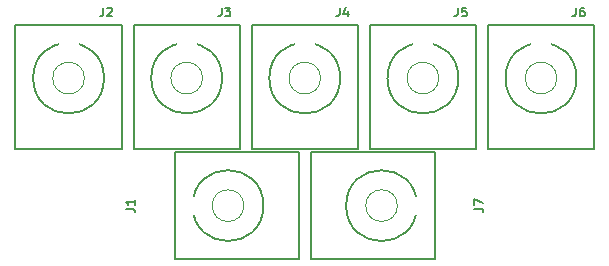
<source format=gto>
G04 #@! TF.GenerationSoftware,KiCad,Pcbnew,(5.1.8)-1*
G04 #@! TF.CreationDate,2021-08-08T18:23:10-04:00*
G04 #@! TF.ProjectId,nearless_front_pcb,6e656172-6c65-4737-935f-66726f6e745f,rev?*
G04 #@! TF.SameCoordinates,Original*
G04 #@! TF.FileFunction,Legend,Top*
G04 #@! TF.FilePolarity,Positive*
%FSLAX46Y46*%
G04 Gerber Fmt 4.6, Leading zero omitted, Abs format (unit mm)*
G04 Created by KiCad (PCBNEW (5.1.8)-1) date 2021-08-08 18:23:10*
%MOMM*%
%LPD*%
G01*
G04 APERTURE LIST*
%ADD10C,0.120000*%
%ADD11C,0.150000*%
%ADD12C,1.727200*%
G04 APERTURE END LIST*
D10*
X46841641Y-46800000D02*
G75*
G03*
X46841641Y-46800000I-1341641J0D01*
G01*
D11*
X50000000Y-52800000D02*
X41000000Y-52800000D01*
X41000000Y-52800000D02*
X41000000Y-42300000D01*
X41000000Y-42300000D02*
X50000000Y-42300000D01*
X50000000Y-42300000D02*
X50000000Y-52800000D01*
X48500000Y-46800000D02*
G75*
G03*
X48500000Y-46800000I-3000000J0D01*
G01*
D10*
X86841641Y-46800000D02*
G75*
G03*
X86841641Y-46800000I-1341641J0D01*
G01*
D11*
X90000000Y-52800000D02*
X81000000Y-52800000D01*
X81000000Y-52800000D02*
X81000000Y-42300000D01*
X81000000Y-42300000D02*
X90000000Y-42300000D01*
X90000000Y-42300000D02*
X90000000Y-52800000D01*
X88500000Y-46800000D02*
G75*
G03*
X88500000Y-46800000I-3000000J0D01*
G01*
D10*
X73341641Y-57600000D02*
G75*
G03*
X73341641Y-57600000I-1341641J0D01*
G01*
D11*
X66000000Y-62100000D02*
X66000000Y-53100000D01*
X66000000Y-53100000D02*
X76500000Y-53100000D01*
X76500000Y-53100000D02*
X76500000Y-62100000D01*
X76500000Y-62100000D02*
X66000000Y-62100000D01*
X75000000Y-57600000D02*
G75*
G03*
X75000000Y-57600000I-3000000J0D01*
G01*
D10*
X76841641Y-46800000D02*
G75*
G03*
X76841641Y-46800000I-1341641J0D01*
G01*
D11*
X80000000Y-52800000D02*
X71000000Y-52800000D01*
X71000000Y-52800000D02*
X71000000Y-42300000D01*
X71000000Y-42300000D02*
X80000000Y-42300000D01*
X80000000Y-42300000D02*
X80000000Y-52800000D01*
X78500000Y-46800000D02*
G75*
G03*
X78500000Y-46800000I-3000000J0D01*
G01*
D10*
X66841641Y-46800000D02*
G75*
G03*
X66841641Y-46800000I-1341641J0D01*
G01*
D11*
X70000000Y-52800000D02*
X61000000Y-52800000D01*
X61000000Y-52800000D02*
X61000000Y-42300000D01*
X61000000Y-42300000D02*
X70000000Y-42300000D01*
X70000000Y-42300000D02*
X70000000Y-52800000D01*
X68500000Y-46800000D02*
G75*
G03*
X68500000Y-46800000I-3000000J0D01*
G01*
D10*
X56841641Y-46800000D02*
G75*
G03*
X56841641Y-46800000I-1341641J0D01*
G01*
D11*
X60000000Y-52800000D02*
X51000000Y-52800000D01*
X51000000Y-52800000D02*
X51000000Y-42300000D01*
X51000000Y-42300000D02*
X60000000Y-42300000D01*
X60000000Y-42300000D02*
X60000000Y-52800000D01*
X58500000Y-46800000D02*
G75*
G03*
X58500000Y-46800000I-3000000J0D01*
G01*
D10*
X60341641Y-57600000D02*
G75*
G03*
X60341641Y-57600000I-1341641J0D01*
G01*
D11*
X65000000Y-53100000D02*
X65000000Y-62100000D01*
X65000000Y-62100000D02*
X54500000Y-62100000D01*
X54500000Y-62100000D02*
X54500000Y-53100000D01*
X54500000Y-53100000D02*
X65000000Y-53100000D01*
X62000000Y-57600000D02*
G75*
G03*
X62000000Y-57600000I-3000000J0D01*
G01*
X48450000Y-40834285D02*
X48450000Y-41370000D01*
X48414285Y-41477142D01*
X48342857Y-41548571D01*
X48235714Y-41584285D01*
X48164285Y-41584285D01*
X48771428Y-40905714D02*
X48807142Y-40870000D01*
X48878571Y-40834285D01*
X49057142Y-40834285D01*
X49128571Y-40870000D01*
X49164285Y-40905714D01*
X49200000Y-40977142D01*
X49200000Y-41048571D01*
X49164285Y-41155714D01*
X48735714Y-41584285D01*
X49200000Y-41584285D01*
X88450000Y-40834285D02*
X88450000Y-41370000D01*
X88414285Y-41477142D01*
X88342857Y-41548571D01*
X88235714Y-41584285D01*
X88164285Y-41584285D01*
X89128571Y-40834285D02*
X88985714Y-40834285D01*
X88914285Y-40870000D01*
X88878571Y-40905714D01*
X88807142Y-41012857D01*
X88771428Y-41155714D01*
X88771428Y-41441428D01*
X88807142Y-41512857D01*
X88842857Y-41548571D01*
X88914285Y-41584285D01*
X89057142Y-41584285D01*
X89128571Y-41548571D01*
X89164285Y-41512857D01*
X89200000Y-41441428D01*
X89200000Y-41262857D01*
X89164285Y-41191428D01*
X89128571Y-41155714D01*
X89057142Y-41120000D01*
X88914285Y-41120000D01*
X88842857Y-41155714D01*
X88807142Y-41191428D01*
X88771428Y-41262857D01*
X79844285Y-57850000D02*
X80380000Y-57850000D01*
X80487142Y-57885714D01*
X80558571Y-57957142D01*
X80594285Y-58064285D01*
X80594285Y-58135714D01*
X79844285Y-57564285D02*
X79844285Y-57064285D01*
X80594285Y-57385714D01*
X78450000Y-40834285D02*
X78450000Y-41370000D01*
X78414285Y-41477142D01*
X78342857Y-41548571D01*
X78235714Y-41584285D01*
X78164285Y-41584285D01*
X79164285Y-40834285D02*
X78807142Y-40834285D01*
X78771428Y-41191428D01*
X78807142Y-41155714D01*
X78878571Y-41120000D01*
X79057142Y-41120000D01*
X79128571Y-41155714D01*
X79164285Y-41191428D01*
X79200000Y-41262857D01*
X79200000Y-41441428D01*
X79164285Y-41512857D01*
X79128571Y-41548571D01*
X79057142Y-41584285D01*
X78878571Y-41584285D01*
X78807142Y-41548571D01*
X78771428Y-41512857D01*
X68450000Y-40834285D02*
X68450000Y-41370000D01*
X68414285Y-41477142D01*
X68342857Y-41548571D01*
X68235714Y-41584285D01*
X68164285Y-41584285D01*
X69128571Y-41084285D02*
X69128571Y-41584285D01*
X68950000Y-40798571D02*
X68771428Y-41334285D01*
X69235714Y-41334285D01*
X58450000Y-40834285D02*
X58450000Y-41370000D01*
X58414285Y-41477142D01*
X58342857Y-41548571D01*
X58235714Y-41584285D01*
X58164285Y-41584285D01*
X58735714Y-40834285D02*
X59200000Y-40834285D01*
X58950000Y-41120000D01*
X59057142Y-41120000D01*
X59128571Y-41155714D01*
X59164285Y-41191428D01*
X59200000Y-41262857D01*
X59200000Y-41441428D01*
X59164285Y-41512857D01*
X59128571Y-41548571D01*
X59057142Y-41584285D01*
X58842857Y-41584285D01*
X58771428Y-41548571D01*
X58735714Y-41512857D01*
X50334285Y-57850000D02*
X50870000Y-57850000D01*
X50977142Y-57885714D01*
X51048571Y-57957142D01*
X51084285Y-58064285D01*
X51084285Y-58135714D01*
X51084285Y-57100000D02*
X51084285Y-57528571D01*
X51084285Y-57314285D02*
X50334285Y-57314285D01*
X50441428Y-57385714D01*
X50512857Y-57457142D01*
X50548571Y-57528571D01*
%LPC*%
D12*
X45500000Y-51245000D03*
X45500000Y-43625000D03*
X45500000Y-41085000D03*
X85500000Y-51245000D03*
X85500000Y-43625000D03*
X85500000Y-41085000D03*
X42500000Y-53920000D03*
X42500000Y-56460000D03*
X42500000Y-59000000D03*
X88500000Y-59000000D03*
X88500000Y-56460000D03*
X88500000Y-53920000D03*
X67555000Y-57600000D03*
X75175000Y-57600000D03*
X77715000Y-57600000D03*
X75500000Y-51245000D03*
X75500000Y-43625000D03*
X75500000Y-41085000D03*
X65500000Y-51245000D03*
X65500000Y-43625000D03*
X65500000Y-41085000D03*
X55500000Y-51245000D03*
X55500000Y-43625000D03*
X55500000Y-41085000D03*
X63445000Y-57600000D03*
X55825000Y-57600000D03*
X53285000Y-57600000D03*
M02*

</source>
